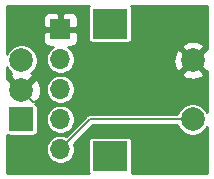
<source format=gbl>
G04 #@! TF.GenerationSoftware,KiCad,Pcbnew,(5.1.5)-3*
G04 #@! TF.CreationDate,2020-09-13T15:21:18-04:00*
G04 #@! TF.ProjectId,RotaryEnc,526f7461-7279-4456-9e63-2e6b69636164,X1*
G04 #@! TF.SameCoordinates,Original*
G04 #@! TF.FileFunction,Copper,L2,Bot*
G04 #@! TF.FilePolarity,Positive*
%FSLAX46Y46*%
G04 Gerber Fmt 4.6, Leading zero omitted, Abs format (unit mm)*
G04 Created by KiCad (PCBNEW (5.1.5)-3) date 2020-09-13 15:21:18*
%MOMM*%
%LPD*%
G04 APERTURE LIST*
%ADD10R,1.700000X1.700000*%
%ADD11O,1.700000X1.700000*%
%ADD12C,2.000000*%
%ADD13R,3.000000X2.500000*%
%ADD14R,2.000000X2.000000*%
%ADD15C,0.203200*%
%ADD16C,0.254000*%
G04 APERTURE END LIST*
D10*
X19558000Y-16764000D03*
D11*
X19558000Y-19304000D03*
X19558000Y-21844000D03*
X19558000Y-24384000D03*
X19558000Y-26924000D03*
D12*
X30756000Y-19384000D03*
X30756000Y-24384000D03*
D13*
X23756000Y-16284000D03*
X23756000Y-27484000D03*
D12*
X16256000Y-19384000D03*
X16256000Y-21884000D03*
D14*
X16256000Y-24384000D03*
D15*
X17255999Y-22883999D02*
X17502001Y-22883999D01*
X16256000Y-21884000D02*
X17255999Y-22883999D01*
X22098000Y-24384000D02*
X30756000Y-24384000D01*
X19558000Y-26924000D02*
X22098000Y-24384000D01*
D16*
G36*
X21985289Y-14763289D02*
G01*
X21937678Y-14821304D01*
X21902299Y-14887492D01*
X21880513Y-14959311D01*
X21873157Y-15034000D01*
X21873157Y-17534000D01*
X21880513Y-17608689D01*
X21902299Y-17680508D01*
X21937678Y-17746696D01*
X21985289Y-17804711D01*
X22043304Y-17852322D01*
X22109492Y-17887701D01*
X22181311Y-17909487D01*
X22256000Y-17916843D01*
X25256000Y-17916843D01*
X25330689Y-17909487D01*
X25402508Y-17887701D01*
X25468696Y-17852322D01*
X25526711Y-17804711D01*
X25574322Y-17746696D01*
X25609701Y-17680508D01*
X25631487Y-17608689D01*
X25638843Y-17534000D01*
X25638843Y-15034000D01*
X25631487Y-14959311D01*
X25609701Y-14887492D01*
X25574322Y-14821304D01*
X25526711Y-14763289D01*
X25504060Y-14744700D01*
X31991300Y-14744700D01*
X31991300Y-18464370D01*
X31891413Y-18428192D01*
X30935605Y-19384000D01*
X31891413Y-20339808D01*
X31991300Y-20303630D01*
X31991301Y-23757553D01*
X31979826Y-23729851D01*
X31828693Y-23503664D01*
X31636336Y-23311307D01*
X31410149Y-23160174D01*
X31158823Y-23056071D01*
X30892017Y-23003000D01*
X30619983Y-23003000D01*
X30353177Y-23056071D01*
X30101851Y-23160174D01*
X29875664Y-23311307D01*
X29683307Y-23503664D01*
X29532174Y-23729851D01*
X29461116Y-23901400D01*
X22121696Y-23901400D01*
X22097999Y-23899066D01*
X22074302Y-23901400D01*
X22074293Y-23901400D01*
X22003394Y-23908383D01*
X21912423Y-23935978D01*
X21828585Y-23980791D01*
X21755099Y-24041099D01*
X21739983Y-24059518D01*
X20017567Y-25781934D01*
X19917069Y-25740307D01*
X19679243Y-25693000D01*
X19436757Y-25693000D01*
X19198931Y-25740307D01*
X18974903Y-25833102D01*
X18773283Y-25967820D01*
X18601820Y-26139283D01*
X18467102Y-26340903D01*
X18374307Y-26564931D01*
X18327000Y-26802757D01*
X18327000Y-27045243D01*
X18374307Y-27283069D01*
X18467102Y-27507097D01*
X18601820Y-27708717D01*
X18773283Y-27880180D01*
X18974903Y-28014898D01*
X19198931Y-28107693D01*
X19436757Y-28155000D01*
X19679243Y-28155000D01*
X19917069Y-28107693D01*
X20141097Y-28014898D01*
X20342717Y-27880180D01*
X20514180Y-27708717D01*
X20648898Y-27507097D01*
X20741693Y-27283069D01*
X20789000Y-27045243D01*
X20789000Y-26802757D01*
X20741693Y-26564931D01*
X20700066Y-26464433D01*
X22297899Y-24866600D01*
X29461116Y-24866600D01*
X29532174Y-25038149D01*
X29683307Y-25264336D01*
X29875664Y-25456693D01*
X30101851Y-25607826D01*
X30353177Y-25711929D01*
X30619983Y-25765000D01*
X30892017Y-25765000D01*
X31158823Y-25711929D01*
X31410149Y-25607826D01*
X31636336Y-25456693D01*
X31828693Y-25264336D01*
X31979826Y-25038149D01*
X31991301Y-25010447D01*
X31991301Y-28943300D01*
X25576137Y-28943300D01*
X25609701Y-28880508D01*
X25631487Y-28808689D01*
X25638843Y-28734000D01*
X25638843Y-26234000D01*
X25631487Y-26159311D01*
X25609701Y-26087492D01*
X25574322Y-26021304D01*
X25526711Y-25963289D01*
X25468696Y-25915678D01*
X25402508Y-25880299D01*
X25330689Y-25858513D01*
X25256000Y-25851157D01*
X22256000Y-25851157D01*
X22181311Y-25858513D01*
X22109492Y-25880299D01*
X22043304Y-25915678D01*
X21985289Y-25963289D01*
X21937678Y-26021304D01*
X21902299Y-26087492D01*
X21880513Y-26159311D01*
X21873157Y-26234000D01*
X21873157Y-28734000D01*
X21880513Y-28808689D01*
X21902299Y-28880508D01*
X21935863Y-28943300D01*
X14998700Y-28943300D01*
X14998700Y-25665717D01*
X15043304Y-25702322D01*
X15109492Y-25737701D01*
X15181311Y-25759487D01*
X15256000Y-25766843D01*
X17256000Y-25766843D01*
X17330689Y-25759487D01*
X17402508Y-25737701D01*
X17468696Y-25702322D01*
X17526711Y-25654711D01*
X17574322Y-25596696D01*
X17609701Y-25530508D01*
X17631487Y-25458689D01*
X17638843Y-25384000D01*
X17638843Y-24262757D01*
X18327000Y-24262757D01*
X18327000Y-24505243D01*
X18374307Y-24743069D01*
X18467102Y-24967097D01*
X18601820Y-25168717D01*
X18773283Y-25340180D01*
X18974903Y-25474898D01*
X19198931Y-25567693D01*
X19436757Y-25615000D01*
X19679243Y-25615000D01*
X19917069Y-25567693D01*
X20141097Y-25474898D01*
X20342717Y-25340180D01*
X20514180Y-25168717D01*
X20648898Y-24967097D01*
X20741693Y-24743069D01*
X20789000Y-24505243D01*
X20789000Y-24262757D01*
X20741693Y-24024931D01*
X20648898Y-23800903D01*
X20514180Y-23599283D01*
X20342717Y-23427820D01*
X20141097Y-23293102D01*
X19917069Y-23200307D01*
X19679243Y-23153000D01*
X19436757Y-23153000D01*
X19198931Y-23200307D01*
X18974903Y-23293102D01*
X18773283Y-23427820D01*
X18601820Y-23599283D01*
X18467102Y-23800903D01*
X18374307Y-24024931D01*
X18327000Y-24262757D01*
X17638843Y-24262757D01*
X17638843Y-23384000D01*
X17631487Y-23309311D01*
X17609701Y-23237492D01*
X17574322Y-23171304D01*
X17526711Y-23113289D01*
X17468696Y-23065678D01*
X17421896Y-23040662D01*
X17507083Y-22955475D01*
X17391415Y-22839807D01*
X17655814Y-22744044D01*
X17796704Y-22454429D01*
X17878384Y-22142892D01*
X17897718Y-21821405D01*
X17884190Y-21722757D01*
X18327000Y-21722757D01*
X18327000Y-21965243D01*
X18374307Y-22203069D01*
X18467102Y-22427097D01*
X18601820Y-22628717D01*
X18773283Y-22800180D01*
X18974903Y-22934898D01*
X19198931Y-23027693D01*
X19436757Y-23075000D01*
X19679243Y-23075000D01*
X19917069Y-23027693D01*
X20141097Y-22934898D01*
X20342717Y-22800180D01*
X20514180Y-22628717D01*
X20648898Y-22427097D01*
X20741693Y-22203069D01*
X20789000Y-21965243D01*
X20789000Y-21722757D01*
X20741693Y-21484931D01*
X20648898Y-21260903D01*
X20514180Y-21059283D01*
X20342717Y-20887820D01*
X20141097Y-20753102D01*
X19917069Y-20660307D01*
X19679243Y-20613000D01*
X19436757Y-20613000D01*
X19198931Y-20660307D01*
X18974903Y-20753102D01*
X18773283Y-20887820D01*
X18601820Y-21059283D01*
X18467102Y-21260903D01*
X18374307Y-21484931D01*
X18327000Y-21722757D01*
X17884190Y-21722757D01*
X17853961Y-21502325D01*
X17748795Y-21197912D01*
X17655814Y-21023956D01*
X17391413Y-20928192D01*
X16435605Y-21884000D01*
X16449748Y-21898143D01*
X16270143Y-22077748D01*
X16256000Y-22063605D01*
X16241858Y-22077748D01*
X16062253Y-21898143D01*
X16076395Y-21884000D01*
X15120587Y-20928192D01*
X14998700Y-20972339D01*
X14998700Y-19957336D01*
X15032174Y-20038149D01*
X15183307Y-20264336D01*
X15375664Y-20456693D01*
X15407542Y-20477993D01*
X15395956Y-20484186D01*
X15300192Y-20748587D01*
X16256000Y-21704395D01*
X17211808Y-20748587D01*
X17116044Y-20484186D01*
X17103976Y-20478315D01*
X17136336Y-20456693D01*
X17328693Y-20264336D01*
X17479826Y-20038149D01*
X17583929Y-19786823D01*
X17637000Y-19520017D01*
X17637000Y-19247983D01*
X17583929Y-18981177D01*
X17479826Y-18729851D01*
X17328693Y-18503664D01*
X17136336Y-18311307D01*
X16910149Y-18160174D01*
X16658823Y-18056071D01*
X16392017Y-18003000D01*
X16119983Y-18003000D01*
X15853177Y-18056071D01*
X15601851Y-18160174D01*
X15375664Y-18311307D01*
X15183307Y-18503664D01*
X15032174Y-18729851D01*
X14998700Y-18810664D01*
X14998700Y-17614000D01*
X18069928Y-17614000D01*
X18082188Y-17738482D01*
X18118498Y-17858180D01*
X18177463Y-17968494D01*
X18256815Y-18065185D01*
X18353506Y-18144537D01*
X18463820Y-18203502D01*
X18583518Y-18239812D01*
X18708000Y-18252072D01*
X18918294Y-18250927D01*
X18773283Y-18347820D01*
X18601820Y-18519283D01*
X18467102Y-18720903D01*
X18374307Y-18944931D01*
X18327000Y-19182757D01*
X18327000Y-19425243D01*
X18374307Y-19663069D01*
X18467102Y-19887097D01*
X18601820Y-20088717D01*
X18773283Y-20260180D01*
X18974903Y-20394898D01*
X19198931Y-20487693D01*
X19436757Y-20535000D01*
X19679243Y-20535000D01*
X19757603Y-20519413D01*
X29800192Y-20519413D01*
X29895956Y-20783814D01*
X30185571Y-20924704D01*
X30497108Y-21006384D01*
X30818595Y-21025718D01*
X31137675Y-20981961D01*
X31442088Y-20876795D01*
X31616044Y-20783814D01*
X31711808Y-20519413D01*
X30756000Y-19563605D01*
X29800192Y-20519413D01*
X19757603Y-20519413D01*
X19917069Y-20487693D01*
X20141097Y-20394898D01*
X20342717Y-20260180D01*
X20514180Y-20088717D01*
X20648898Y-19887097D01*
X20741693Y-19663069D01*
X20784752Y-19446595D01*
X29114282Y-19446595D01*
X29158039Y-19765675D01*
X29263205Y-20070088D01*
X29356186Y-20244044D01*
X29620587Y-20339808D01*
X30576395Y-19384000D01*
X29620587Y-18428192D01*
X29356186Y-18523956D01*
X29215296Y-18813571D01*
X29133616Y-19125108D01*
X29114282Y-19446595D01*
X20784752Y-19446595D01*
X20789000Y-19425243D01*
X20789000Y-19182757D01*
X20741693Y-18944931D01*
X20648898Y-18720903D01*
X20514180Y-18519283D01*
X20342717Y-18347820D01*
X20197706Y-18250927D01*
X20408000Y-18252072D01*
X20443384Y-18248587D01*
X29800192Y-18248587D01*
X30756000Y-19204395D01*
X31711808Y-18248587D01*
X31616044Y-17984186D01*
X31326429Y-17843296D01*
X31014892Y-17761616D01*
X30693405Y-17742282D01*
X30374325Y-17786039D01*
X30069912Y-17891205D01*
X29895956Y-17984186D01*
X29800192Y-18248587D01*
X20443384Y-18248587D01*
X20532482Y-18239812D01*
X20652180Y-18203502D01*
X20762494Y-18144537D01*
X20859185Y-18065185D01*
X20938537Y-17968494D01*
X20997502Y-17858180D01*
X21033812Y-17738482D01*
X21046072Y-17614000D01*
X21043000Y-17049750D01*
X20884250Y-16891000D01*
X19685000Y-16891000D01*
X19685000Y-16911000D01*
X19431000Y-16911000D01*
X19431000Y-16891000D01*
X18231750Y-16891000D01*
X18073000Y-17049750D01*
X18069928Y-17614000D01*
X14998700Y-17614000D01*
X14998700Y-15914000D01*
X18069928Y-15914000D01*
X18073000Y-16478250D01*
X18231750Y-16637000D01*
X19431000Y-16637000D01*
X19431000Y-15437750D01*
X19685000Y-15437750D01*
X19685000Y-16637000D01*
X20884250Y-16637000D01*
X21043000Y-16478250D01*
X21046072Y-15914000D01*
X21033812Y-15789518D01*
X20997502Y-15669820D01*
X20938537Y-15559506D01*
X20859185Y-15462815D01*
X20762494Y-15383463D01*
X20652180Y-15324498D01*
X20532482Y-15288188D01*
X20408000Y-15275928D01*
X19843750Y-15279000D01*
X19685000Y-15437750D01*
X19431000Y-15437750D01*
X19272250Y-15279000D01*
X18708000Y-15275928D01*
X18583518Y-15288188D01*
X18463820Y-15324498D01*
X18353506Y-15383463D01*
X18256815Y-15462815D01*
X18177463Y-15559506D01*
X18118498Y-15669820D01*
X18082188Y-15789518D01*
X18069928Y-15914000D01*
X14998700Y-15914000D01*
X14998700Y-14744700D01*
X22007940Y-14744700D01*
X21985289Y-14763289D01*
G37*
X21985289Y-14763289D02*
X21937678Y-14821304D01*
X21902299Y-14887492D01*
X21880513Y-14959311D01*
X21873157Y-15034000D01*
X21873157Y-17534000D01*
X21880513Y-17608689D01*
X21902299Y-17680508D01*
X21937678Y-17746696D01*
X21985289Y-17804711D01*
X22043304Y-17852322D01*
X22109492Y-17887701D01*
X22181311Y-17909487D01*
X22256000Y-17916843D01*
X25256000Y-17916843D01*
X25330689Y-17909487D01*
X25402508Y-17887701D01*
X25468696Y-17852322D01*
X25526711Y-17804711D01*
X25574322Y-17746696D01*
X25609701Y-17680508D01*
X25631487Y-17608689D01*
X25638843Y-17534000D01*
X25638843Y-15034000D01*
X25631487Y-14959311D01*
X25609701Y-14887492D01*
X25574322Y-14821304D01*
X25526711Y-14763289D01*
X25504060Y-14744700D01*
X31991300Y-14744700D01*
X31991300Y-18464370D01*
X31891413Y-18428192D01*
X30935605Y-19384000D01*
X31891413Y-20339808D01*
X31991300Y-20303630D01*
X31991301Y-23757553D01*
X31979826Y-23729851D01*
X31828693Y-23503664D01*
X31636336Y-23311307D01*
X31410149Y-23160174D01*
X31158823Y-23056071D01*
X30892017Y-23003000D01*
X30619983Y-23003000D01*
X30353177Y-23056071D01*
X30101851Y-23160174D01*
X29875664Y-23311307D01*
X29683307Y-23503664D01*
X29532174Y-23729851D01*
X29461116Y-23901400D01*
X22121696Y-23901400D01*
X22097999Y-23899066D01*
X22074302Y-23901400D01*
X22074293Y-23901400D01*
X22003394Y-23908383D01*
X21912423Y-23935978D01*
X21828585Y-23980791D01*
X21755099Y-24041099D01*
X21739983Y-24059518D01*
X20017567Y-25781934D01*
X19917069Y-25740307D01*
X19679243Y-25693000D01*
X19436757Y-25693000D01*
X19198931Y-25740307D01*
X18974903Y-25833102D01*
X18773283Y-25967820D01*
X18601820Y-26139283D01*
X18467102Y-26340903D01*
X18374307Y-26564931D01*
X18327000Y-26802757D01*
X18327000Y-27045243D01*
X18374307Y-27283069D01*
X18467102Y-27507097D01*
X18601820Y-27708717D01*
X18773283Y-27880180D01*
X18974903Y-28014898D01*
X19198931Y-28107693D01*
X19436757Y-28155000D01*
X19679243Y-28155000D01*
X19917069Y-28107693D01*
X20141097Y-28014898D01*
X20342717Y-27880180D01*
X20514180Y-27708717D01*
X20648898Y-27507097D01*
X20741693Y-27283069D01*
X20789000Y-27045243D01*
X20789000Y-26802757D01*
X20741693Y-26564931D01*
X20700066Y-26464433D01*
X22297899Y-24866600D01*
X29461116Y-24866600D01*
X29532174Y-25038149D01*
X29683307Y-25264336D01*
X29875664Y-25456693D01*
X30101851Y-25607826D01*
X30353177Y-25711929D01*
X30619983Y-25765000D01*
X30892017Y-25765000D01*
X31158823Y-25711929D01*
X31410149Y-25607826D01*
X31636336Y-25456693D01*
X31828693Y-25264336D01*
X31979826Y-25038149D01*
X31991301Y-25010447D01*
X31991301Y-28943300D01*
X25576137Y-28943300D01*
X25609701Y-28880508D01*
X25631487Y-28808689D01*
X25638843Y-28734000D01*
X25638843Y-26234000D01*
X25631487Y-26159311D01*
X25609701Y-26087492D01*
X25574322Y-26021304D01*
X25526711Y-25963289D01*
X25468696Y-25915678D01*
X25402508Y-25880299D01*
X25330689Y-25858513D01*
X25256000Y-25851157D01*
X22256000Y-25851157D01*
X22181311Y-25858513D01*
X22109492Y-25880299D01*
X22043304Y-25915678D01*
X21985289Y-25963289D01*
X21937678Y-26021304D01*
X21902299Y-26087492D01*
X21880513Y-26159311D01*
X21873157Y-26234000D01*
X21873157Y-28734000D01*
X21880513Y-28808689D01*
X21902299Y-28880508D01*
X21935863Y-28943300D01*
X14998700Y-28943300D01*
X14998700Y-25665717D01*
X15043304Y-25702322D01*
X15109492Y-25737701D01*
X15181311Y-25759487D01*
X15256000Y-25766843D01*
X17256000Y-25766843D01*
X17330689Y-25759487D01*
X17402508Y-25737701D01*
X17468696Y-25702322D01*
X17526711Y-25654711D01*
X17574322Y-25596696D01*
X17609701Y-25530508D01*
X17631487Y-25458689D01*
X17638843Y-25384000D01*
X17638843Y-24262757D01*
X18327000Y-24262757D01*
X18327000Y-24505243D01*
X18374307Y-24743069D01*
X18467102Y-24967097D01*
X18601820Y-25168717D01*
X18773283Y-25340180D01*
X18974903Y-25474898D01*
X19198931Y-25567693D01*
X19436757Y-25615000D01*
X19679243Y-25615000D01*
X19917069Y-25567693D01*
X20141097Y-25474898D01*
X20342717Y-25340180D01*
X20514180Y-25168717D01*
X20648898Y-24967097D01*
X20741693Y-24743069D01*
X20789000Y-24505243D01*
X20789000Y-24262757D01*
X20741693Y-24024931D01*
X20648898Y-23800903D01*
X20514180Y-23599283D01*
X20342717Y-23427820D01*
X20141097Y-23293102D01*
X19917069Y-23200307D01*
X19679243Y-23153000D01*
X19436757Y-23153000D01*
X19198931Y-23200307D01*
X18974903Y-23293102D01*
X18773283Y-23427820D01*
X18601820Y-23599283D01*
X18467102Y-23800903D01*
X18374307Y-24024931D01*
X18327000Y-24262757D01*
X17638843Y-24262757D01*
X17638843Y-23384000D01*
X17631487Y-23309311D01*
X17609701Y-23237492D01*
X17574322Y-23171304D01*
X17526711Y-23113289D01*
X17468696Y-23065678D01*
X17421896Y-23040662D01*
X17507083Y-22955475D01*
X17391415Y-22839807D01*
X17655814Y-22744044D01*
X17796704Y-22454429D01*
X17878384Y-22142892D01*
X17897718Y-21821405D01*
X17884190Y-21722757D01*
X18327000Y-21722757D01*
X18327000Y-21965243D01*
X18374307Y-22203069D01*
X18467102Y-22427097D01*
X18601820Y-22628717D01*
X18773283Y-22800180D01*
X18974903Y-22934898D01*
X19198931Y-23027693D01*
X19436757Y-23075000D01*
X19679243Y-23075000D01*
X19917069Y-23027693D01*
X20141097Y-22934898D01*
X20342717Y-22800180D01*
X20514180Y-22628717D01*
X20648898Y-22427097D01*
X20741693Y-22203069D01*
X20789000Y-21965243D01*
X20789000Y-21722757D01*
X20741693Y-21484931D01*
X20648898Y-21260903D01*
X20514180Y-21059283D01*
X20342717Y-20887820D01*
X20141097Y-20753102D01*
X19917069Y-20660307D01*
X19679243Y-20613000D01*
X19436757Y-20613000D01*
X19198931Y-20660307D01*
X18974903Y-20753102D01*
X18773283Y-20887820D01*
X18601820Y-21059283D01*
X18467102Y-21260903D01*
X18374307Y-21484931D01*
X18327000Y-21722757D01*
X17884190Y-21722757D01*
X17853961Y-21502325D01*
X17748795Y-21197912D01*
X17655814Y-21023956D01*
X17391413Y-20928192D01*
X16435605Y-21884000D01*
X16449748Y-21898143D01*
X16270143Y-22077748D01*
X16256000Y-22063605D01*
X16241858Y-22077748D01*
X16062253Y-21898143D01*
X16076395Y-21884000D01*
X15120587Y-20928192D01*
X14998700Y-20972339D01*
X14998700Y-19957336D01*
X15032174Y-20038149D01*
X15183307Y-20264336D01*
X15375664Y-20456693D01*
X15407542Y-20477993D01*
X15395956Y-20484186D01*
X15300192Y-20748587D01*
X16256000Y-21704395D01*
X17211808Y-20748587D01*
X17116044Y-20484186D01*
X17103976Y-20478315D01*
X17136336Y-20456693D01*
X17328693Y-20264336D01*
X17479826Y-20038149D01*
X17583929Y-19786823D01*
X17637000Y-19520017D01*
X17637000Y-19247983D01*
X17583929Y-18981177D01*
X17479826Y-18729851D01*
X17328693Y-18503664D01*
X17136336Y-18311307D01*
X16910149Y-18160174D01*
X16658823Y-18056071D01*
X16392017Y-18003000D01*
X16119983Y-18003000D01*
X15853177Y-18056071D01*
X15601851Y-18160174D01*
X15375664Y-18311307D01*
X15183307Y-18503664D01*
X15032174Y-18729851D01*
X14998700Y-18810664D01*
X14998700Y-17614000D01*
X18069928Y-17614000D01*
X18082188Y-17738482D01*
X18118498Y-17858180D01*
X18177463Y-17968494D01*
X18256815Y-18065185D01*
X18353506Y-18144537D01*
X18463820Y-18203502D01*
X18583518Y-18239812D01*
X18708000Y-18252072D01*
X18918294Y-18250927D01*
X18773283Y-18347820D01*
X18601820Y-18519283D01*
X18467102Y-18720903D01*
X18374307Y-18944931D01*
X18327000Y-19182757D01*
X18327000Y-19425243D01*
X18374307Y-19663069D01*
X18467102Y-19887097D01*
X18601820Y-20088717D01*
X18773283Y-20260180D01*
X18974903Y-20394898D01*
X19198931Y-20487693D01*
X19436757Y-20535000D01*
X19679243Y-20535000D01*
X19757603Y-20519413D01*
X29800192Y-20519413D01*
X29895956Y-20783814D01*
X30185571Y-20924704D01*
X30497108Y-21006384D01*
X30818595Y-21025718D01*
X31137675Y-20981961D01*
X31442088Y-20876795D01*
X31616044Y-20783814D01*
X31711808Y-20519413D01*
X30756000Y-19563605D01*
X29800192Y-20519413D01*
X19757603Y-20519413D01*
X19917069Y-20487693D01*
X20141097Y-20394898D01*
X20342717Y-20260180D01*
X20514180Y-20088717D01*
X20648898Y-19887097D01*
X20741693Y-19663069D01*
X20784752Y-19446595D01*
X29114282Y-19446595D01*
X29158039Y-19765675D01*
X29263205Y-20070088D01*
X29356186Y-20244044D01*
X29620587Y-20339808D01*
X30576395Y-19384000D01*
X29620587Y-18428192D01*
X29356186Y-18523956D01*
X29215296Y-18813571D01*
X29133616Y-19125108D01*
X29114282Y-19446595D01*
X20784752Y-19446595D01*
X20789000Y-19425243D01*
X20789000Y-19182757D01*
X20741693Y-18944931D01*
X20648898Y-18720903D01*
X20514180Y-18519283D01*
X20342717Y-18347820D01*
X20197706Y-18250927D01*
X20408000Y-18252072D01*
X20443384Y-18248587D01*
X29800192Y-18248587D01*
X30756000Y-19204395D01*
X31711808Y-18248587D01*
X31616044Y-17984186D01*
X31326429Y-17843296D01*
X31014892Y-17761616D01*
X30693405Y-17742282D01*
X30374325Y-17786039D01*
X30069912Y-17891205D01*
X29895956Y-17984186D01*
X29800192Y-18248587D01*
X20443384Y-18248587D01*
X20532482Y-18239812D01*
X20652180Y-18203502D01*
X20762494Y-18144537D01*
X20859185Y-18065185D01*
X20938537Y-17968494D01*
X20997502Y-17858180D01*
X21033812Y-17738482D01*
X21046072Y-17614000D01*
X21043000Y-17049750D01*
X20884250Y-16891000D01*
X19685000Y-16891000D01*
X19685000Y-16911000D01*
X19431000Y-16911000D01*
X19431000Y-16891000D01*
X18231750Y-16891000D01*
X18073000Y-17049750D01*
X18069928Y-17614000D01*
X14998700Y-17614000D01*
X14998700Y-15914000D01*
X18069928Y-15914000D01*
X18073000Y-16478250D01*
X18231750Y-16637000D01*
X19431000Y-16637000D01*
X19431000Y-15437750D01*
X19685000Y-15437750D01*
X19685000Y-16637000D01*
X20884250Y-16637000D01*
X21043000Y-16478250D01*
X21046072Y-15914000D01*
X21033812Y-15789518D01*
X20997502Y-15669820D01*
X20938537Y-15559506D01*
X20859185Y-15462815D01*
X20762494Y-15383463D01*
X20652180Y-15324498D01*
X20532482Y-15288188D01*
X20408000Y-15275928D01*
X19843750Y-15279000D01*
X19685000Y-15437750D01*
X19431000Y-15437750D01*
X19272250Y-15279000D01*
X18708000Y-15275928D01*
X18583518Y-15288188D01*
X18463820Y-15324498D01*
X18353506Y-15383463D01*
X18256815Y-15462815D01*
X18177463Y-15559506D01*
X18118498Y-15669820D01*
X18082188Y-15789518D01*
X18069928Y-15914000D01*
X14998700Y-15914000D01*
X14998700Y-14744700D01*
X22007940Y-14744700D01*
X21985289Y-14763289D01*
M02*

</source>
